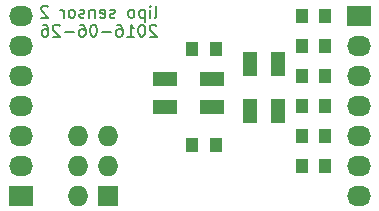
<source format=gbr>
G04 #@! TF.FileFunction,Soldermask,Bot*
%FSLAX46Y46*%
G04 Gerber Fmt 4.6, Leading zero omitted, Abs format (unit mm)*
G04 Created by KiCad (PCBNEW 4.0.2-stable) date 28.06.2016 22:29:11*
%MOMM*%
G01*
G04 APERTURE LIST*
%ADD10C,0.100000*%
%ADD11C,0.200000*%
%ADD12R,1.000000X1.250000*%
%ADD13R,1.727200X1.727200*%
%ADD14O,1.727200X1.727200*%
%ADD15R,2.032000X1.727200*%
%ADD16O,2.032000X1.727200*%
%ADD17R,2.000000X1.300000*%
%ADD18R,1.300000X2.000000*%
G04 APERTURE END LIST*
D10*
D11*
X156098287Y-103030381D02*
X156193525Y-102982762D01*
X156241144Y-102887524D01*
X156241144Y-102030381D01*
X155717334Y-103030381D02*
X155717334Y-102363714D01*
X155717334Y-102030381D02*
X155764953Y-102078000D01*
X155717334Y-102125619D01*
X155669715Y-102078000D01*
X155717334Y-102030381D01*
X155717334Y-102125619D01*
X155241144Y-102363714D02*
X155241144Y-103363714D01*
X155241144Y-102411333D02*
X155145906Y-102363714D01*
X154955429Y-102363714D01*
X154860191Y-102411333D01*
X154812572Y-102458952D01*
X154764953Y-102554190D01*
X154764953Y-102839905D01*
X154812572Y-102935143D01*
X154860191Y-102982762D01*
X154955429Y-103030381D01*
X155145906Y-103030381D01*
X155241144Y-102982762D01*
X154193525Y-103030381D02*
X154288763Y-102982762D01*
X154336382Y-102935143D01*
X154384001Y-102839905D01*
X154384001Y-102554190D01*
X154336382Y-102458952D01*
X154288763Y-102411333D01*
X154193525Y-102363714D01*
X154050667Y-102363714D01*
X153955429Y-102411333D01*
X153907810Y-102458952D01*
X153860191Y-102554190D01*
X153860191Y-102839905D01*
X153907810Y-102935143D01*
X153955429Y-102982762D01*
X154050667Y-103030381D01*
X154193525Y-103030381D01*
X152717334Y-102982762D02*
X152622096Y-103030381D01*
X152431620Y-103030381D01*
X152336381Y-102982762D01*
X152288762Y-102887524D01*
X152288762Y-102839905D01*
X152336381Y-102744667D01*
X152431620Y-102697048D01*
X152574477Y-102697048D01*
X152669715Y-102649429D01*
X152717334Y-102554190D01*
X152717334Y-102506571D01*
X152669715Y-102411333D01*
X152574477Y-102363714D01*
X152431620Y-102363714D01*
X152336381Y-102411333D01*
X151479238Y-102982762D02*
X151574476Y-103030381D01*
X151764953Y-103030381D01*
X151860191Y-102982762D01*
X151907810Y-102887524D01*
X151907810Y-102506571D01*
X151860191Y-102411333D01*
X151764953Y-102363714D01*
X151574476Y-102363714D01*
X151479238Y-102411333D01*
X151431619Y-102506571D01*
X151431619Y-102601810D01*
X151907810Y-102697048D01*
X151003048Y-102363714D02*
X151003048Y-103030381D01*
X151003048Y-102458952D02*
X150955429Y-102411333D01*
X150860191Y-102363714D01*
X150717333Y-102363714D01*
X150622095Y-102411333D01*
X150574476Y-102506571D01*
X150574476Y-103030381D01*
X150145905Y-102982762D02*
X150050667Y-103030381D01*
X149860191Y-103030381D01*
X149764952Y-102982762D01*
X149717333Y-102887524D01*
X149717333Y-102839905D01*
X149764952Y-102744667D01*
X149860191Y-102697048D01*
X150003048Y-102697048D01*
X150098286Y-102649429D01*
X150145905Y-102554190D01*
X150145905Y-102506571D01*
X150098286Y-102411333D01*
X150003048Y-102363714D01*
X149860191Y-102363714D01*
X149764952Y-102411333D01*
X149145905Y-103030381D02*
X149241143Y-102982762D01*
X149288762Y-102935143D01*
X149336381Y-102839905D01*
X149336381Y-102554190D01*
X149288762Y-102458952D01*
X149241143Y-102411333D01*
X149145905Y-102363714D01*
X149003047Y-102363714D01*
X148907809Y-102411333D01*
X148860190Y-102458952D01*
X148812571Y-102554190D01*
X148812571Y-102839905D01*
X148860190Y-102935143D01*
X148907809Y-102982762D01*
X149003047Y-103030381D01*
X149145905Y-103030381D01*
X148384000Y-103030381D02*
X148384000Y-102363714D01*
X148384000Y-102554190D02*
X148336381Y-102458952D01*
X148288762Y-102411333D01*
X148193524Y-102363714D01*
X148098285Y-102363714D01*
X147050666Y-102125619D02*
X147003047Y-102078000D01*
X146907809Y-102030381D01*
X146669713Y-102030381D01*
X146574475Y-102078000D01*
X146526856Y-102125619D01*
X146479237Y-102220857D01*
X146479237Y-102316095D01*
X146526856Y-102458952D01*
X147098285Y-103030381D01*
X146479237Y-103030381D01*
X156241143Y-103725619D02*
X156193524Y-103678000D01*
X156098286Y-103630381D01*
X155860190Y-103630381D01*
X155764952Y-103678000D01*
X155717333Y-103725619D01*
X155669714Y-103820857D01*
X155669714Y-103916095D01*
X155717333Y-104058952D01*
X156288762Y-104630381D01*
X155669714Y-104630381D01*
X155050667Y-103630381D02*
X154955428Y-103630381D01*
X154860190Y-103678000D01*
X154812571Y-103725619D01*
X154764952Y-103820857D01*
X154717333Y-104011333D01*
X154717333Y-104249429D01*
X154764952Y-104439905D01*
X154812571Y-104535143D01*
X154860190Y-104582762D01*
X154955428Y-104630381D01*
X155050667Y-104630381D01*
X155145905Y-104582762D01*
X155193524Y-104535143D01*
X155241143Y-104439905D01*
X155288762Y-104249429D01*
X155288762Y-104011333D01*
X155241143Y-103820857D01*
X155193524Y-103725619D01*
X155145905Y-103678000D01*
X155050667Y-103630381D01*
X153764952Y-104630381D02*
X154336381Y-104630381D01*
X154050667Y-104630381D02*
X154050667Y-103630381D01*
X154145905Y-103773238D01*
X154241143Y-103868476D01*
X154336381Y-103916095D01*
X152907809Y-103630381D02*
X153098286Y-103630381D01*
X153193524Y-103678000D01*
X153241143Y-103725619D01*
X153336381Y-103868476D01*
X153384000Y-104058952D01*
X153384000Y-104439905D01*
X153336381Y-104535143D01*
X153288762Y-104582762D01*
X153193524Y-104630381D01*
X153003047Y-104630381D01*
X152907809Y-104582762D01*
X152860190Y-104535143D01*
X152812571Y-104439905D01*
X152812571Y-104201810D01*
X152860190Y-104106571D01*
X152907809Y-104058952D01*
X153003047Y-104011333D01*
X153193524Y-104011333D01*
X153288762Y-104058952D01*
X153336381Y-104106571D01*
X153384000Y-104201810D01*
X152384000Y-104249429D02*
X151622095Y-104249429D01*
X150955429Y-103630381D02*
X150860190Y-103630381D01*
X150764952Y-103678000D01*
X150717333Y-103725619D01*
X150669714Y-103820857D01*
X150622095Y-104011333D01*
X150622095Y-104249429D01*
X150669714Y-104439905D01*
X150717333Y-104535143D01*
X150764952Y-104582762D01*
X150860190Y-104630381D01*
X150955429Y-104630381D01*
X151050667Y-104582762D01*
X151098286Y-104535143D01*
X151145905Y-104439905D01*
X151193524Y-104249429D01*
X151193524Y-104011333D01*
X151145905Y-103820857D01*
X151098286Y-103725619D01*
X151050667Y-103678000D01*
X150955429Y-103630381D01*
X149764952Y-103630381D02*
X149955429Y-103630381D01*
X150050667Y-103678000D01*
X150098286Y-103725619D01*
X150193524Y-103868476D01*
X150241143Y-104058952D01*
X150241143Y-104439905D01*
X150193524Y-104535143D01*
X150145905Y-104582762D01*
X150050667Y-104630381D01*
X149860190Y-104630381D01*
X149764952Y-104582762D01*
X149717333Y-104535143D01*
X149669714Y-104439905D01*
X149669714Y-104201810D01*
X149717333Y-104106571D01*
X149764952Y-104058952D01*
X149860190Y-104011333D01*
X150050667Y-104011333D01*
X150145905Y-104058952D01*
X150193524Y-104106571D01*
X150241143Y-104201810D01*
X149241143Y-104249429D02*
X148479238Y-104249429D01*
X148050667Y-103725619D02*
X148003048Y-103678000D01*
X147907810Y-103630381D01*
X147669714Y-103630381D01*
X147574476Y-103678000D01*
X147526857Y-103725619D01*
X147479238Y-103820857D01*
X147479238Y-103916095D01*
X147526857Y-104058952D01*
X148098286Y-104630381D01*
X147479238Y-104630381D01*
X146622095Y-103630381D02*
X146812572Y-103630381D01*
X146907810Y-103678000D01*
X146955429Y-103725619D01*
X147050667Y-103868476D01*
X147098286Y-104058952D01*
X147098286Y-104439905D01*
X147050667Y-104535143D01*
X147003048Y-104582762D01*
X146907810Y-104630381D01*
X146717333Y-104630381D01*
X146622095Y-104582762D01*
X146574476Y-104535143D01*
X146526857Y-104439905D01*
X146526857Y-104201810D01*
X146574476Y-104106571D01*
X146622095Y-104058952D01*
X146717333Y-104011333D01*
X146907810Y-104011333D01*
X147003048Y-104058952D01*
X147050667Y-104106571D01*
X147098286Y-104201810D01*
D12*
X161290000Y-105664000D03*
X159290000Y-105664000D03*
X161290000Y-113792000D03*
X159290000Y-113792000D03*
D13*
X152146000Y-118110000D03*
D14*
X149606000Y-118110000D03*
X152146000Y-115570000D03*
X149606000Y-115570000D03*
X152146000Y-113030000D03*
X149606000Y-113030000D03*
D15*
X173355000Y-102870000D03*
D16*
X173355000Y-105410000D03*
X173355000Y-107950000D03*
X173355000Y-110490000D03*
X173355000Y-113030000D03*
X173355000Y-115570000D03*
X173355000Y-118110000D03*
D15*
X144780000Y-118110000D03*
D16*
X144780000Y-115570000D03*
X144780000Y-113030000D03*
X144780000Y-110490000D03*
X144780000Y-107950000D03*
X144780000Y-105410000D03*
X144780000Y-102870000D03*
D12*
X168545000Y-102870000D03*
X170545000Y-102870000D03*
X168545000Y-105410000D03*
X170545000Y-105410000D03*
X168545000Y-107950000D03*
X170545000Y-107950000D03*
X168545000Y-110490000D03*
X170545000Y-110490000D03*
X168545000Y-113030000D03*
X170545000Y-113030000D03*
X168545000Y-115570000D03*
X170545000Y-115570000D03*
D17*
X156972000Y-108204000D03*
X160972000Y-108204000D03*
X160972000Y-110604000D03*
X156972000Y-110604000D03*
D18*
X166554000Y-106966000D03*
X166554000Y-110966000D03*
X164154000Y-110966000D03*
X164154000Y-106966000D03*
M02*

</source>
